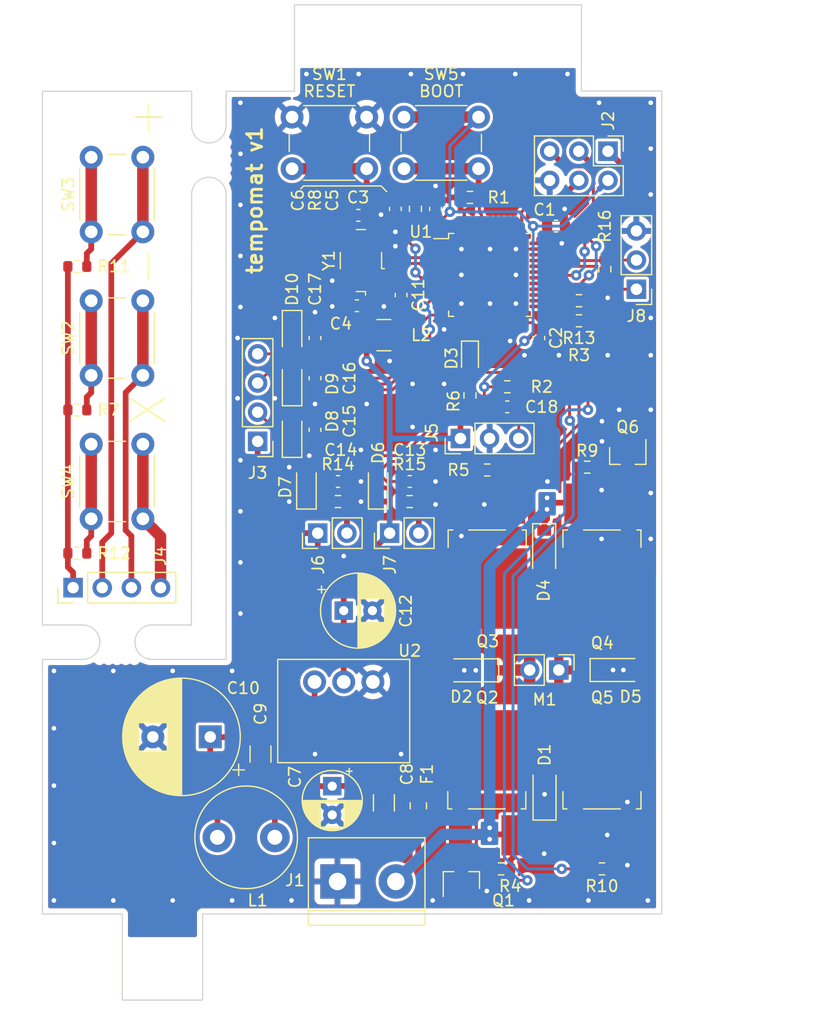
<source format=kicad_pcb>
(kicad_pcb (version 20221018) (generator pcbnew)
  (title_block (title "Sterownik tempomatu") (rev "1") (company "CR"))
  (layers (0 "F.Cu" signal "Górna sygnałowa") (31 "B.Cu" signal "Dolna sygnałowa") (34 "B.Paste" user "Dolna pasty") (35 "F.Paste" user "Górna pasty") (36 "B.SilkS" user "B.Silkscreen") (37 "F.SilkS" user "F.Silkscreen") (38 "B.Mask" user "Dolna sodermaski") (39 "F.Mask" user "Górna soldermaski") (44 "Edge.Cuts" user "Krawędziowa"))
  (net 0 "")
  (net 1 "VDD")
  (net 2 "GND")
  (net 3 "Net-(C7-Pad1)")
  (net 4 "/LED")
  (net 5 "Net-(U1-PD0)")
  (net 6 "Net-(U1-PD1)")
  (net 7 "VCC")
  (net 8 "/LEFT")
  (net 9 "/RIGHT")
  (net 10 "/SPD")
  (net 11 "/CANRX")
  (net 12 "/TXO")
  (net 13 "/RXI")
  (net 14 "/SWDIO")
  (net 15 "/SWCLK")
  (net 16 "Net-(R7-Pad2)")
  (net 17 "Net-(R11-Pad2)")
  (net 18 "Net-(R12-Pad2)")
  (net 19 "Net-(U2-VI)")
  (net 20 "Net-(U1-VDDA)")
  (net 21 "/CLUTCH")
  (net 22 "/BUT+")
  (net 23 "/BUT-")
  (net 24 "/BUT_CANC")
  (net 25 "Net-(D1-A)")
  (net 26 "Net-(D3-A)")
  (net 27 "Net-(D4-A)")
  (net 28 "Net-(J6-Pin_2)")
  (net 29 "Net-(J7-Pin_2)")
  (net 30 "Net-(Q1-B)")
  (net 31 "Net-(Q1-C)")
  (net 32 "Net-(Q4-G)")
  (net 33 "Net-(Q6-B)")
  (net 34 "Net-(U1-BOOT0)")
  (net 38 "/BREAK")
  (net 53 "Net-(U1-NRST)")
  (net 54 "/CANTX")
  (net 58 "/EX_BUT_+")
  (net 59 "/EX_BUT_-")
  (net 60 "/EX_BUT_CANC")
  (footprint "Capacitor_SMD:C_0603_1608Metric" (layer "F.Cu") (at 115.25 44.5)
    (fp_text reference "C1")
    (fp_text value "100n")
  )
  (footprint "Capacitor_SMD:C_0603_1608Metric" (layer "F.Cu") (at 113.75 54.25 -90)
    (fp_text reference "C2")
    (fp_text value "100n")
  )
  (footprint "Capacitor_SMD:C_0603_1608Metric" (layer "F.Cu") (at 104.75 43 90)
    (fp_text reference "C5")
    (fp_text value "100n")
  )
  (footprint "Capacitor_SMD:C_0603_1608Metric" (layer "F.Cu") (at 98.025 43.563 180)
    (fp_text reference "C3")
    (fp_text value "22p")
  )
  (footprint "Capacitor_SMD:C_0603_1608Metric" (layer "F.Cu") (at 97.898 51.437)
    (fp_text reference "C4")
    (fp_text value "22p")
  )
  (footprint "Diode_SMD:D_0603_1608Metric" (layer "F.Cu") (at 107.75 56 -90)
    (fp_text reference "D3")
    (fp_text value "RED")
  )
  (footprint "Inductor_SMD:L_1210_3225Metric_Pad1.42x2.65mm_HandSolder" (layer "F.Cu") (at 100.25 54)
    (fp_text reference "L2")
    (fp_text value "100u")
  )
  (footprint "Package_TO_SOT_SMD:TO-252-3_TabPin1" (layer "F.Cu") (at 109.216 93 90)
    (fp_text reference "Q2")
    (fp_text value "AOD423")
  )
  (footprint "Package_TO_SOT_SMD:TO-252-3_TabPin1" (layer "F.Cu") (at 119.25 73.25 -90)
    (fp_text reference "Q4")
    (fp_text value "AOD423")
  )
  (footprint "Package_TO_SOT_SMD:SOT-23" (layer "F.Cu") (at 107 101.5 90)
    (fp_text reference "Q1")
    (fp_text value "BC847")
  )
  (footprint "Package_TO_SOT_SMD:SOT-23" (layer "F.Cu") (at 121.5 64.5 -90)
    (fp_text reference "Q6")
    (fp_text value "BC847")
  )
  (footprint "Resistor_SMD:R_0603_1608Metric" (layer "F.Cu") (at 107.75 59.25 90)
    (fp_text reference "R6")
    (fp_text value "1k")
  )
  (footprint "Resistor_SMD:R_0603_1608Metric" (layer "F.Cu") (at 73.54 60.52)
    (fp_text reference "R7")
    (fp_text value "10k")
  )
  (footprint "Resistor_SMD:R_0603_1608Metric" (layer "F.Cu") (at 73.54 48.02)
    (fp_text reference "R11")
    (fp_text value "10k")
  )
  (footprint "Resistor_SMD:R_0603_1608Metric" (layer "F.Cu") (at 73.54 73)
    (fp_text reference "R12")
    (fp_text value "10k")
  )
  (footprint "Resistor_SMD:R_0603_1608Metric" (layer "F.Cu") (at 110.466 100.5 180)
    (fp_text reference "R4")
    (fp_text value "10k")
  )
  (footprint "Resistor_SMD:R_0603_1608Metric" (layer "F.Cu") (at 117.966 65.5)
    (fp_text reference "R9")
    (fp_text value "10k")
  )
  (footprint "Resistor_SMD:R_0603_1608Metric" (layer "F.Cu") (at 117.25 52.75 180)
    (fp_text reference "R3")
    (fp_text value "10k")
  )
  (footprint "Resistor_SMD:R_0603_1608Metric" (layer "F.Cu") (at 117.25 51)
    (fp_text reference "R13")
    (fp_text value "10k")
  )
  (footprint "Button_Switch_THT:SW_PUSH_6mm" (layer "F.Cu") (at 74.75 57.5 90)
    (fp_text reference "SW2")
    (fp_text value "SW_Push")
  )
  (footprint "Button_Switch_THT:SW_PUSH_6mm" (layer "F.Cu") (at 74.75 70 90)
    (fp_text reference "SW4")
    (fp_text value "SW_Push")
  )
  (footprint "Package_QFP:LQFP-48_7x7mm_P0.5mm" (layer "F.Cu") (at 109.5 48.75)
    (fp_text reference "U1")
    (fp_text value "STM32F103C8Tx")
  )
  (footprint "Crystal:Crystal_SMD_EuroQuartz_MJ-4Pin_5.0x3.2mm" (layer "F.Cu") (at 98.25 47.5 90)
    (fp_text reference "Y1")
    (fp_text value "8MHz")
  )
  (footprint "Resistor_SMD:R_0603_1608Metric" (layer "F.Cu") (at 107.75 42)
    (fp_text reference "R1")
    (fp_text value "1k")
  )
  (footprint "Connector_PinHeader_2.54mm:PinHeader_1x02_P2.54mm_Vertical" (layer "F.Cu") (at 115.491 83.175 -90)
    (fp_text reference "M1")
    (fp_text value "Motor_DC")
  )
  (footprint "Diode_SMD:D_SOD-123" (layer "F.Cu") (at 114.25 94 90)
    (fp_text reference "D1")
    (fp_text value "1N4148W")
  )
  (footprint "Capacitor_SMD:C_0603_1608Metric" (layer "F.Cu") (at 101.25 43 90)
    (fp_text reference "C6")
    (fp_text value "100n")
  )
  (footprint "Package_TO_SOT_SMD:TO-252-3_TabPin1" (layer "F.Cu") (at 109.25 73.25 -90)
    (fp_text reference "Q3")
    (fp_text value "RFD14N05LSM")
  )
  (footprint "Package_TO_SOT_SMD:TO-252-3_TabPin1" (layer "F.Cu") (at 119.25 93 90)
    (fp_text reference "Q5")
    (fp_text value "RFD14N05LSM")
  )
  (footprint "Resistor_SMD:R_0603_1608Metric" (layer "F.Cu") (at 109.25 65.75 180)
    (fp_text reference "R5")
    (fp_text value "10k")
  )
  (footprint "Diode_SMD:D_SOD-123" (layer "F.Cu") (at 120.466 83.175)
    (fp_text reference "D5")
    (fp_text value "1N4148W")
  )
  (footprint "Diode_SMD:D_SOD-123" (layer "F.Cu") (at 108.004 83.203 180)
    (fp_text reference "D2")
    (fp_text value "1N4148W")
  )
  (footprint "Resistor_SMD:R_0603_1608Metric" (layer "F.Cu") (at 119.25 100.5)
    (fp_text reference "R10")
    (fp_text value "10k")
  )
  (footprint "Diode_SMD:D_SOD-123" (layer "F.Cu") (at 114.216 72.675 -90)
    (fp_text reference "D4")
    (fp_text value "1N4148W")
  )
  (footprint "MountingHole:MountingHole_3.5mm" (layer "F.Cu") (at 113.919 28.575)
    (fp_text reference "H1" hide)
    (fp_text value "MountingHole")
  )
  (footprint "Button_Switch_THT:SW_PUSH_6mm" (layer "F.Cu") (at 74.75 45 90)
    (fp_text reference "SW3")
    (fp_text value "SW_Push")
  )
  (footprint "Library:mouse-bite-3mm-slot" (layer "F.Cu") (at 85 38.75 90)
    (fp_text reference "mouse-bite-3mm-slot" hide)
    (fp_text value "VAL**" hide)
  )
  (footprint "Resistor_SMD:R_0603_1608Metric" (layer "F.Cu") (at 111 58.5)
    (fp_text reference "R2")
    (fp_text value "10k")
  )
  (footprint "Resistor_SMD:R_0603_1608Metric" (layer "F.Cu") (at 96.25 68.5 180)
    (fp_text reference "R14")
    (fp_text value "10k")
  )
  (footprint "Diode_SMD:D_SOD-323_HandSoldering" (layer "F.Cu") (at 93.5 67.25 90)
    (fp_text reference "D7")
    (fp_text value "D_TVS")
  )
  (footprint "Capacitor_SMD:C_0603_1608Metric" (layer "F.Cu") (at 94.25 57.75 -90)
    (fp_text reference "C16")
    (fp_text value "100n")
  )
  (footprint "tmp:AMSR2-78JZ" (layer "F.Cu") (at 96.75 86.75 180)
    (fp_text reference "U2")
    (fp_text value "AMSR2-783.3JZ AIMTEC")
  )
  (footprint "Resistor_SMD:R_0603_1608Metric" (layer "F.Cu") (at 102.5 68.5 180)
    (fp_text reference "R15")
    (fp_text value "10k")
  )
  (footprint "Connector_PinHeader_2.54mm:PinHeader_2x03_P2.54mm_Vertical" (layer "F.Cu") (at 119.775 37.975 -90)
    (fp_text reference "J2")
    (fp_text value "Conn_01x07")
  )
  (footprint "Capacitor_SMD:C_0603_1608Metric" (layer "F.Cu") (at 102.5 66.75)
    (fp_text reference "C13")
    (fp_text value "100n")
  )
  (footprint "Capacitor_SMD:C_0603_1608Metric" (layer "F.Cu") (at 94.25 54.25 90)
    (fp_text reference "C17")
    (fp_text value "100n")
  )
  (footprint "Capacitor_THT:CP_Radial_D6.3mm_P2.50mm" (layer "F.Cu") (at 96.75 78)
    (fp_text reference "C12")
    (fp_text value "22u/25V")
  )
  (footprint "Capacitor_SMD:C_0603_1608Metric" (layer "F.Cu") (at 96.25 66.75)
    (fp_text reference "C14")
    (fp_text value "100n")
  )
  (footprint "Fuse:Fuse_0805_2012Metric" (layer "F.Cu") (at 103.25 95 90)
    (fp_text reference "F1")
    (fp_text value ">2A")
  )
  (footprint "Capacitor_THT:CP_Radial_D5.0mm_P2.50mm" (layer "F.Cu") (at 95.75 93.294888 -90)
    (fp_text reference "C7")
    (fp_text value "100u/25V")
  )
  (footprint "Diode_SMD:D_SOD-323_HandSoldering" (layer "F.Cu") (at 99.75 67.25 90)
    (fp_text reference "D6")
    (fp_text value "D_TVS")
  )
  (footprint "Capacitor_SMD:C_0603_1608Metric_Pad1.08x0.95mm_HandSolder" (layer "F.Cu") (at 101.75 50.5 90)
    (fp_text reference "C11")
    (fp_text value "100n")
  )
  (footprint "Connector_PinHeader_2.54mm:PinHeader_1x03_P2.54mm_Vertical" (layer "F.Cu") (at 122.25 50 180)
    (fp_text reference "J8")
    (fp_text value "Conn_01x03")
  )
  (footprint "Inductor_THT:L_Radial_D8.7mm_P5.00mm_Fastron_07HCP" (layer "F.Cu") (at 90.75 97.75 180)
    (fp_text reference "L1")
    (fp_text value "RL622-220K-RC BOURNS")
  )
  (footprint "Capacitor_SMD:C_0603_1608Metric" (layer "F.Cu") (at 94.25 62.25 -90)
    (fp_text reference "C15")
    (fp_text value "100n")
  )
  (footprint "Connector_PinHeader_2.54mm:PinHeader_1x02_P2.54mm_Vertical" (layer "F.Cu") (at 94.485 71.25 90)
    (fp_text reference "J6")
    (fp_text value "Conn_01x02")
  )
  (footprint "Capacitor_SMD:C_1206_3216Metric" (layer "F.Cu") (at 100.25 94.75 -90)
    (fp_text reference "C8")
    (fp_text value "10u/25V")
  )
  (footprint "Library:mouse-bite-3mm-slot" (layer "F.Cu") (at 77 80.75 180)
    (fp_text reference "mouse-bite-3mm-slot" hide)
    (fp_text value "VAL**" hide)
  )
  (footprint "MountingHole:MountingHole_3.5mm" (layer "F.Cu") (at 81.026 108.585)
    (fp_text reference "H2" hide)
    (fp_text value "MountingHole")
  )
  (footprint "Resistor_SMD:R_0603_1608Metric" (layer "F.Cu") (at 119.5 48.25 90)
    (fp_text reference "R16")
    (fp_text value "120")
  )
  (footprint "Connector_PinHeader_2.54mm:PinHeader_1x02_P2.54mm_Vertical" (layer "F.Cu") (at 100.75 71.25 90)
    (fp_text reference "J7")
    (fp_text value "Conn_01x02")
  )
  (footprint "Capacitor_THT:CP_Radial_D10.0mm_P5.00mm" (layer "F.Cu") (at 85.117677 89 180)
    (fp_text reference "C10")
    (fp_text value "680u/25V")
  )
  (footprint "Diode_SMD:D_SOD-323_HandSoldering" (layer "F.Cu") (at 92.25 62.75 90)
    (fp_text reference "D8")
    (fp_text value "D_TVS")
  )
  (footprint "Resistor_SMD:R_0603_1608Metric" (layer "F.Cu") (at 103 43 90)
    (fp_text reference "R8")
    (fp_text value "100k")
  )
  (footprint "Button_Switch_THT:SW_PUSH_6mm" (layer "F.Cu") (at 102 35)
    (fp_text reference "SW5")
    (fp_text value "SW_Push")
  )
  (footprint "Button_Switch_THT:SW_PUSH_6mm" (layer "F.Cu") (at 92.25 35)
    (fp_text reference "SW1")
    (fp_text value "SW_Push")
  )
  (footprint "Connector_PinHeader_2.54mm:PinHeader_1x04_P2.54mm_Vertical" (layer "F.Cu") (at 73.17 76 90)
    (fp_text reference "J4")
    (fp_text value "Conn_01x04")
  )
  (footprint "Diode_SMD:D_SOD-323_HandSoldering" (layer "F.Cu") (at 92.25 53.75 -90)
    (fp_text reference "D10")
    (fp_text value "D_TVS")
  )
  (footprint "Capacitor_SMD:C_0603_1608Metric" (layer "F.Cu") (at 111 60.25 180)
    (fp_text reference "C18")
    (fp_text value "100n")
  )
  (footprint "Capacitor_SMD:C_1206_3216Metric" (layer "F.Cu") (at 89.5 90.5 -90)
    (fp_text reference "C9")
    (fp_text value "10u/25V")
  )
  (footprint "Connector_PinHeader_2.54mm:PinHeader_1x03_P2.54mm_Vertical" (layer "F.Cu") (at 106.92 63 90)
    (fp_text reference "J5")
    (fp_text value "Conn_01x03")
  )
  (footprint "TerminalBlock:TerminalBlock_bornier-2_P5.08mm" (layer "F.Cu") (at 96.21 101.6)
    (fp_text reference "J1")
    (fp_text value "Conn_01x02")
  )
  (footprint "Connector_PinHeader_2.54mm:PinHeader_1x04_P2.54mm_Vertical" (layer "F.Cu") (at 89.25 63.25 180)
    (fp_text reference "J3")
    (fp_text value "Conn_01x04")
  )
  (footprint "Diode_SMD:D_SOD-323_HandSoldering" (layer "F.Cu") (at 92.25 58.25 90)
    (fp_text reference "D9")
    (fp_text value "D_TVS")
  )
  (gr_line (start 93.25 41) (end 100 41) (stroke (width 0.12)) (layer "F.SilkS"))
  (gr_line (start 100 41) (end 100.5 41.5) (stroke (width 0.12)) (layer "F.SilkS"))
  (gr_line (start 93 41.25) (end 93.25 41) (stroke (width 0.12)) (layer "F.SilkS"))
  (gr_line (start 83.500001 41.626) (end 83.475 79.25) (stroke (width 0.1)) (layer "Edge.Cuts"))
  (gr_line (start 86.5 82.25) (end 86.499999 41.626) (stroke (width 0.1)) (layer "Edge.Cuts"))
  (gr_line (start 86.499999 35.784) (end 86.5 32.75) (stroke (width 0.1)) (layer "Edge.Cuts"))
  (gr_line (start 74.058004 82.25) (end 70.5 82.25) (stroke (width 0.1)) (layer "Edge.Cuts"))
  (gr_line (start 84.46 104.43) (end 84.46 111.93) (stroke (width 0.1)) (layer "Edge.Cuts"))
  (gr_line (start 70.5 82.25) (end 70.5 104.43) (stroke (width 0.1)) (layer "Edge.Cuts"))
  (gr_line (start 83.5 35.784) (end 83.5 32.75) (stroke (width 0.1)) (layer "Edge.Cuts"))
  (gr_line (start 70.5 104.43) (end 77.46 104.43) (stroke (width 0.1)) (layer "Edge.Cuts"))
  (gr_line (start 83.475 79.25) (end 79.91 79.25) (stroke (width 0.1)) (layer "Edge.Cuts"))
  (gr_arc (start 86.499999 35.784) (mid 84.999999 37.25224) (end 83.5 35.784) (stroke (width 0.1)) (layer "Edge.Cuts"))
  (gr_line (start 77.46 111.93) (end 77.46 104.43) (stroke (width 0.1)) (layer "Edge.Cuts"))
  (gr_line (start 117.46 25.23) (end 92.46 25.23) (stroke (width 0.1)) (layer "Edge.Cuts"))
  (gr_line (start 86.5 82.25) (end 79.972 82.249999) (stroke (width 0.1)) (layer "Edge.Cuts"))
  (gr_line (start 77.46 111.93) (end 84.46 111.93) (stroke (width 0.1)) (layer "Edge.Cuts"))
  (gr_line (start 92.46 25.23) (end 92.46 32.75) (stroke (width 0.1)) (layer "Edge.Cuts"))
  (gr_arc (start 74.058004 79.250001) (mid 75.50112 80.75) (end 74.058004 82.25) (stroke (width 0.1)) (layer "Edge.Cuts"))
  (gr_line (start 74.058004 79.250001) (end 70.5 79.25) (stroke (width 0.1)) (layer "Edge.Cuts"))
  (gr_arc (start 79.971668 82.255207) (mid 78.55975 80.780944) (end 79.91 79.25) (stroke (width 0.1)) (layer "Edge.Cuts"))
  (gr_line (start 92.46 32.75) (end 86.5 32.75) (stroke (width 0.1)) (layer "Edge.Cuts"))
  (gr_line (start 124.46 32.73) (end 117.46 32.73) (stroke (width 0.1)) (layer "Edge.Cuts"))
  (gr_line (start 124.46 104.43) (end 124.46 32.73) (stroke (width 0.1)) (layer "Edge.Cuts"))
  (gr_line (start 70.5 32.75) (end 83.5 32.75) (stroke (width 0.1)) (layer "Edge.Cuts"))
  (gr_line (start 70.5 79.25) (end 70.5 32.75) (stroke (width 0.1)) (layer "Edge.Cuts"))
  (gr_line (start 117.46 32.73) (end 117.46 25.23) (stroke (width 0.1)) (layer "Edge.Cuts"))
  (gr_line (start 84.46 104.43) (end 124.46 104.43) (stroke (width 0.1)) (layer "Edge.Cuts"))
  (gr_arc (start 83.500001 41.626) (mid 85 40.243108) (end 86.499999 41.626) (stroke (width 0.1)) (layer "Edge.Cuts"))
  (gr_text "X" (at 79.75 60.5 90) (layer "F.SilkS") (effects (font (size 3 3))))
  (gr_text "BOOT" (at 105.25 32.75) (layer "F.SilkS") (effects (font (size 1 1))))
  (gr_text "+" (at 79.5 35 90) (layer "F.SilkS") (effects (font (size 3 3))))
  (gr_text "RESET" (at 95.5 32.75) (layer "F.SilkS") (effects (font (size 1 1))))
  (gr_text "-" (at 79.5 48 90) (layer "F.SilkS") (effects (font (size 3 3))))
  (gr_text "tempomat v1" (at 89 42.25 90) (layer "F.SilkS") (effects (font (size 1.3 1.3) (thickness 0.25))))
  (segment (start 114.475 44.5) (end 114.475 44.775) (width 0.25) (layer "F.Cu") (net 1))
  (segment (start 94.485 72.985) (end 96.75 75.25) (width 0.5) (layer "F.Cu") (net 1))
  (segment (start 104.75 43.775) (end 105.3375 44.3625) (width 0.25) (layer "F.Cu") (net 1))
  (segment (start 113.75 53.475) (end 113.1875 52.9125) (width 0.25) (layer "F.Cu") (net 1))
  (segment (start 107.75 60.075) (end 108.675 60.075) (width 0.25) (layer "F.Cu") (net 1))
  (segment (start 73.17 74.67) (end 72.715 74.215) (width 0.5) (layer "F.Cu") (net 1))
  (segment (start 114.475 44.775) (end 113.6625 45.5875) (width 0.25) (layer "F.Cu") (net 1))
  (segment (start 92.75 71.25) (end 94.485 71.25) (width 0.5) (layer "F.Cu") (net 1))
  (segment (start 98.75 56.25) (end 98.75 54.0125) (width 0.5) (layer "F.Cu") (net 1))
  (segment (start 72.715 74.215) (end 72.715 73) (width 0.5) (layer "F.Cu") (net 1))
  (segment (start 96.75 78) (end 96.75 75.25) (width 0.5) (layer "F.Cu") (net 1))
  (segment (start 72.715 48.02) (end 72.715 60.52) (width 0.5) (layer "F.Cu") (net 1))
  (segment (start 105.475 43.775) (end 106 43.25) (width 0.25) (layer "F.Cu") (net 1))
  (segment (start 72.715 60.52) (end 72.715 73) (width 0.5) (layer "F.Cu") (net 1))
  (segment (start 114.475 44.5) (end 113.25 44.5) (width 0.25) (layer "F.Cu") (net 1))
  (segment (start 113.1875 52.9125) (end 112.25 52.9125) (width 0.25) (layer "F.Cu") (net 1))
  (segment (start 89.25 63.25) (end 89.25 67.75) (width 0.5) (layer "F.Cu") (net 1))
  (segment (start 109 59.75) (end 109 58.5) (width 0.25) (layer "F.Cu") (net 1))
  (segment (start 98.75 54.0125) (end 98.7625 54) (width 0.5) (layer "F.Cu") (net 1))
  (segment (start 107.75 60.075) (end 107.75 60.75) (width 0.5) (layer "F.Cu") (net 1))
  (segment (start 102 35) (end 108.5 35) (width 1) (layer "F.Cu") (net 1))
  (segment (start 106.92 61.58) (end 106.92 63) (width 0.5) (layer "F.Cu") (net 1))
  (segment (start 105.3375 44.3625) (end 105.3375 46) (width 0.25) (layer "F.Cu") (net 1))
  (segment (start 103 43.825) (end 104.7 43.825) (width 0.25) (layer "F.Cu") (net 1))
  (segment (start 112.725 54.5) (end 112.5 54.5) (width 0.25) (layer "F.Cu") (net 1))
  (segment (start 96.75 75.25) (end 100.75 71.25) (width 0.5) (layer "F.Cu") (net 1))
  (segment (start 104.75 43.775) (end 105.475 43.775) (width 0.25) (layer "F.Cu") (net 1))
  (segment (start 106.1125 44.3625) (end 106.3375 44.5875) (width 0.25) (layer "F.Cu") (net 1))
  (segment (start 89.25 67.75) (end 92.75 71.25) (width 0.5) (layer "F.Cu") (net 1))
  (segment (start 104.7 43.825) (end 104.75 43.775) (width 0.25) (layer "F.Cu") (net 1))
  (segment (start 113.6625 45.5875) (end 113.6625 46) (width 0.25) (layer "F.Cu") (net 1))
  (segment (start 73.17 76) (end 73.17 74.67) (width 0.5) (layer "F.Cu") (net 1))
  (segment (start 106.3375 44.5875) (end 106.75 44.5875) (width 0.25) (layer "F.Cu") (net 1))
  (segment (start 108.675 60.075) (end 109 59.75) (width 0.25) (layer "F.Cu") (net 1))
  (segment (start 109 58.5) (end 110.175 58.5) (width 0.25) (layer "F.Cu") (net 1))
  (segment (start 94.485 71.25) (end 94.485 72.985) (width 0.5) (layer "F.Cu") (net 1))
  (segment (start 105.3375 44.3625) (end 106.1125 44.3625) (width 0.25) (layer "F.Cu") (net 1))
  (segment (start 113.75 53.475) (end 112.725 54.5) (width 0.25) (layer "F.Cu") (net 1))
  (segment (start 107.75 60.75) (end 106.92 61.58) (width 0.5) (layer "F.Cu") (net 1))
  (segment (start 96.75 84.21) (end 96.75 78) (width 0.5) (layer "F.Cu") (net 1))
  (via (at 112.5 54.5) (size 0.9144) (drill 0.4064) (layers "F.Cu" "B.Cu") (net 1))
  (via (at 106 43.25) (size 0.9144) (drill 0.4064) (layers "F.Cu" "B.Cu") (net 1))
  (via (at 109 58.5) (size 0.9144) (drill 0.4064) (layers "F.Cu" "B.Cu") (net 1))
  (via (at 113.25 44.5) (size 0.9144) (drill 0.4064) (layers "F.Cu" "B.Cu") (net 1))
  (via (at 98.75 56.25) (size 0.9144) (drill 0.4064) (layers "F.Cu" "B.Cu") (net 1))
  (segment (start 109 58) (end 109 58.5) (width 0.25) (layer "B.Cu") (net 1))
  (segment (start 106.92 63) (end 100.75 63) (width 0.5) (layer "B.Cu") (net 1))
  (segment (start 100.75 58.25) (end 98.75 56.25) (width 0.5) (layer "B.Cu") (net 1))
  (segment (start 100.75 71.25) (end 100.75 63) (width 0.5) (layer "B.Cu") (net 1))
  (segment (start 112.5 54.5) (end 113.25 53.75) (width 0.25) (layer "B.Cu") (net 1))
  (segment (start 106 43.25) (end 112 43.25) (width 0.25) (layer "B.Cu") (net 1))
  (segment (start 119.04 41.25) (end 119.775 40.515) (width 0.5) (layer "B.Cu") (net 1))
  (segment (start 106 37.5) (end 106 43.25) (width 0.25) (layer "B.Cu") (net 1))
  (segment (start 112.5 54.5) (end 109 58) (width 0.25) (layer "B.Cu") (net 1))
  (segment (start 119.04 41.25) (end 115.79 44.5) (width 0.25) (layer "B.Cu") (net 1))
  (segment (start 100.75 63) (end 100.75 58.25) (width 0.5) (layer "B.Cu") (net 1))
  (segment (start 107.75 35.75) (end 106 37.5) (width 0.25) (layer "B.Cu") (net 1))
  (segment (start 115.79 44.5) (end 113.25 44.5) (width 0.25) (layer "B.Cu") (net 1))
  (segment (start 113.25 53.75) (end 113.25 44.5) (width 0.25) (layer "B.Cu") (net 1))
  (segment (start 112 43.25) (end 113.25 44.5) (width 0.25) (layer "B.Cu") (net 1))
  (segment (start 108.5 35) (end 107.75 35.75) (width 0.5) (layer "B.Cu") (net 1))
  (segment (start 102.75 49.5) (end 102.5 49.75) (width 0.25) (layer "F.Cu") (net 2))
  (segment (start 98.8 43.563) (end 99.4 44.163) (width 0.25) (layer "F.Cu") (net 2))
  (segment (start 105.3375 49.5) (end 102.75 49.5) (width 0.25) (layer "F.Cu") (net 2))
  (segment (start 99.4 44.163) (end 99.4 45.65) (width 0.25) (layer "F.Cu") (net 2))
  (segment (start 101.8625 49.75) (end 101.75 49.6375) (width 0.25) (layer "F.Cu") (net 2))
  (segment (start 102.5 49.75) (end 101.8625 49.75) (width 0.25) (layer "F.Cu") (net 2))
  (via (at 100 43.5) (size 0.9144) (drill 0.4064) (layers "F.Cu" "B.Cu") (net 2))
  (via (at 100.25 51.5) (size 0.9144) (drill 0.4064) (layers "F.Cu" "B.Cu") (net 2))
  (via (at 123.5 67.75) (size 0.9144) (drill 0.4064) (layers "F.Cu" "B.Cu") (net 2))
  (via (at 87.75 33.75) (size 0.9144) (drill 0.4064) (layers "F.Cu" "B.Cu") (net 2))
  (via (at 119.75 55.75) (size 0.9144) (drill 0.4064) (layers "F.Cu" "B.Cu") (net 2))
  (via (at 76.675 103.25) (size 0.9144) (drill 0.4064) (layers "F.Cu" "B.Cu") (net 2))
  (via (at 119.75 50.75) (size 0.9144) (drill 0.4064) (layers "F.Cu" "B.Cu") (net 2))
  (via (at 102.6 31.25) (size 0.9144) (drill 0.4064) (layers "F.Cu" "B.Cu") (net 2))
  (via (at 119.219 71.75) (size 0.9144) (drill 0.4064) (layers "F.Cu" "B.Cu") (net 2))
  (via (at 121.116 83.175) (size 0.9144) (drill 0.4064) (layers "F.Cu" "B.Cu") (net 2))
  (via (at 115.75 46) (size 0.9144) (drill 0.4064) (layers "F.Cu" "B.Cu") (net 2))
  (via (at 104.75 41) (size 0.9144) (drill 0.4064) (layers "F.Cu" "B.Cu") (net 2))
  (via (at 87.75 51.55) (size 0.9144) (drill 0.4064) (layers "F.Cu" "B.Cu") (net 2))
  (via (at 87.75 78.25) (size 0.9144) (drill 0.4064) (layers "F.Cu" "B.Cu") (net 2))
  (via (at 98.25 66.75) (size 0.9144) (drill 0.4064) (layers "F.Cu" "B.Cu") (net 2))
  (via (at 112.9 103.25) (size 0.9144) (drill 0.4064) (layers "F.Cu" "B.Cu") (net 2))
  (via (at 109.216 102.425) (size 0.9144) (drill 0.4064) (layers "F.Cu" "B.Cu") (net 2))
  (via (at 119.25 61.5) (size 0.9144) (drill 0.4064) (layers "F.Cu" "B.Cu") (net 2))
  (via (at 93.75 64.5) (size 0.9144) (drill 0.4064) (layers "F.Cu" "B.Cu") (net 2))
  (via (at 92 65.5) (size 0.9144) (drill 0.4064) (layers "F.Cu" "B.Cu") (net 2))
  (via (at 90.75 59.5) (size 0.9144) (drill 0.4064) (layers "F.Cu" "B.Cu") (net 2))
  (via (at 119.716 97.543) (size 0.9144) (drill 0.4064) (layers "F.Cu" "B.Cu") (net 2))
  (via (at 120.216 83.175) (size 0.9144) (drill 0.4064) (layers "F.Cu" "B.Cu") (net 2))
  (via (at 107.254 83.203) (size 0.9144) (drill 0.4064) (layers "F.Cu" "B.Cu") (net 2))
  (via (at 109.5 51.25) (size 0.9144) (drill 0.4064) (layers "F.Cu" "B.Cu") (net 2))
  (via (at 104.75 66.75) (size 0.9144) (drill 0.4064) (layers "F.Cu" "B.Cu") (net 2))
  (via (at 96.75 73.25) (size 0.9144) (drill 0.4064) (layers "F.Cu" "B.Cu") (net 2))
  (via (at 101.75 90.5) (size 0.9144) (drill 0.4064) (layers "F.Cu" "B.Cu") (net 2))
  (via (at 123.5 55.75) (size 0.9144) (drill 0.4064) (layers "F.Cu" "B.Cu") (net 2))
  (via (at 71.5 83.25) (size 0.9144) (drill 0.4064) (layers "F.Cu" "B.Cu") (net 2))
  (via (at 87.75 73.8) (size 0.9144) (drill 0.4064) (layers "F.Cu" "B.Cu") (net 2))
  (via (at 98.75 60) (size 0.9144) (drill 0.4064) (layers "F.Cu" "B.Cu") (net 2))
  (via (at 108.254 83.203) (size 0.9144) (drill 0.4064) (layers "F.Cu" "B.Cu") (net 2))
  (via (at 120.75 60.5) (size 0.9144) (drill 0.4064) (layers "F.Cu" "B.Cu") (net 2))
  (via (at 111.75 48.75) (size 0.9144) (drill 0.4064) (layers "F.Cu" "B.Cu") (net 2))
  (via (at 111.7 31.25) (size 0.9144) (drill 0.4064) (layers "F.Cu" "B.Cu") (net 2))
  (via (at 114.5 66.75) (size 0.9144) (drill 0.4064) (layers "F.Cu" "B.Cu") (net 2))
  (via (at 87.025 103.25) (size 0.9144) (drill 0.4064) (layers "F.Cu" "B.Cu") (net 2))
  (via (at 98.05 31.25) (size 0.9144) (drill 0.4064) (layers "F.Cu" "B.Cu") (net 2))
  (via (at 116 43) (size 0.9144) (drill 0.4064) (layers "F.Cu" "B.Cu") (net 2))
  (via (at 87.75 38.2) (size 0.9144) (drill 0.4064) (layers "F.Cu" "B.Cu") (net 2))
  (via (at 87.75 47.1) (size 0.9144) (drill 0.4064) (layers "F.Cu" "B.Cu") (net 2))
  (via (at 123.5 37.75) (size 0.9144) (drill 0.4064) (layers "F.Cu" "B.Cu") (net 2))
  (via (at 81.85 103.25) (size 0.9144) (drill 0.4064) (layers "F.Cu" "B.Cu") (net 2))
  (via (at 87.5 54.25) (size 0.9144) (drill 0.4064) (layers "F.Cu" "B.Cu") (net 2))
  (via (at 119.219 67.5) (size 0.9144) (drill 0.4064) (layers "F.Cu" "B.Cu") (net 2))
  (via (at 81.85 83.25) (size 0.9144) (drill 0.4064) (layers "F.Cu" "B.Cu") (net 2))
  (via (at 71.5 98.25) (size 0.9144) (drill 0.4064) (layers "F.Cu" "B.Cu") (net 2))
  (via (at 101.25 46.25) (size 0.9144) (drill 0.4064) (layers "F.Cu" "B.Cu") (net 2))
  (via (at 104.75 68.75) (size 0.9144) (drill 0.4064) (layers "F.Cu" "B.Cu") (net 2))
  (via (at 104.75 64) (size 0.9144) (drill 0.4064) (layers "F.Cu" "B.Cu") (net 2))
  (via (at 123.5 71.75) (size 0.9144) (drill 0.4064) (layers "F.Cu" "B.Cu") (net 2))
  (via (at 123.5 33.75) (size 0.9144) (drill 0.4064) (layers "F.Cu" "B.Cu") (net 2))
  (via (at 92.2 103.25) (size 0.9144) (drill 0.4064) (layers "F.Cu" "B.Cu") (net 2))
  (via (at 116.25 31.25) (size 0.9144) (drill 0.4064) (layers "F.Cu" "B.Cu") (net 2))
  (via (at 94.25 52) (size 0.9144) (drill 0.4064) (layers "F.Cu" "B.Cu") (net 2))
  (via (at 118.075 103.25) (size 0.9144) (drill 0.4064) (layers "F.Cu" "B.Cu") (net 2))
  (via (at 90.75 52.5) (size 0.9144) (drill 0.4064) (layers "F.Cu" "B.Cu") (net 2))
  (via (at 95.75 51.5) (size 0.9144) (drill 0.4064) (layers "F.Cu" "B.Cu") (net 2))
  (via (at 107 71.5) (size 0.9144) (drill 0.4064) (layers "F.Cu" "B.Cu") (net 2))
  (via (at 71.5 93.25) (size 0.9144) (drill 0.4064) (layers "F.Cu" "B.Cu") (net 2))
  (via (at 93.5 31.25) (size 0.9144) (drill 0.4064) (layers "F.Cu" "B.Cu") (net 2))
  (via (at 114.216 99.175) (size 0.9144) (drill 0.4064) (layers "F.Cu" "B.Cu") (net 2))
  (via (at 107.15 31.25) (size 0.9144) (drill 0.4064) (layers "F.Cu" "B.Cu") (net 2))
  (via (at 98.25 64) (size 0.9144) (drill 0.4064) (layers "F.Cu" "B.Cu") (net 2))
  (via (at 107 48.75) (size 0.9144) (drill 0.4064) (layers "F.Cu" "B.Cu") (net 2))
  (via (at 123.25 103.25) (size 0.9144) (drill 0.4064) (layers "F.Cu" "B.Cu") (net 2))
  (via (at 107 51.25) (size 0.9144) (drill 0.4064) (layers "F.Cu" "B.Cu") (net 2))
  (via (at 87.75 69.35) (size 0.9144) (drill 0.4064) (layers "F.Cu" "B.Cu") (net 2))
  (via (at 121.466 100.175) (size 0.9144) (drill 0.4064) (layers "F.Cu" "B.Cu") (net 2))
  (via (at 105.5 53.5) (size 0.9144) (drill 0.4064) (layers "F.Cu" "B.Cu") (net 2))
  (via (at 71.5 103.25) (size 0.9144) (drill 0.4064) (layers "F.Cu" "B.Cu") (net 2))
  (via (at 101.25 45) (size 0.9144) (drill 0.4064) (layers "F.Cu" "B.Cu") (net 2))
  (via (at 102.75 58.25) (size 0.9144) (drill 0.4064) (layers "F.Cu" "B.Cu") (net 2))
  (via (at 87.5 59.5) (size 0.9144) (drill 0.4064) (layers "F.Cu" "B.Cu") (net 2))
  (via (at 105.5 58.25) (size 0.9144) (drill 0.4064) (layers "F.Cu" "B.Cu") (net 2))
  (via (at 87.025 83.25) (size 0.9144) (drill 0.4064) (layers "F.Cu" "B.Cu") (net 2))
  (via (at 109 68.75) (size 0.9144) (drill 0.4064) (layers "F.Cu" "B.Cu") (net 2))
  (via (at 98.25 68.5) (size 0.9144) (drill 0.4064) (layers "F.Cu" "B.Cu") (net 2))
  (via (at 102.75 62) (size 0.9144) (drill 0.4064) (layers "F.Cu" "B.Cu") (net 2))
  (via (at 76.675 83.25) (size 0.9144) (drill 0.4064) (layers "F.Cu" "B.Cu") (net 2))
  (via (at 111.25 54.5) (size 0.9144) (drill 0.4064) (layers "F.Cu" "B.Cu") (net 2))
  (via (at 71.5 88.25) (size 0.9144) (drill 0.4064) (layers "F.Cu" "B.Cu") (net 2))
  (via (at 94.25 60) (size 0.9144) (drill 0.4064) (layers "F.Cu" "B.Cu") (net 2))
  (via (at 112.5 55.75) (size 0.9144) (drill 0.4064) (layers "F.Cu" "B.Cu") (net 2))
  (via (at 87.75 64.9) (size 0.9144) (drill 0.4064) (layers "F.Cu" "B.Cu") (net 2))
  (via (at 107 46.5) (size 0.9144) (drill 0.4064) (layers "F.Cu" "B.Cu") (net 2))
  (via (at 87.75 42.65) (size 0.9144) (drill 0.4064) (layers "F.Cu" "B.Cu") (net 2))
  (via (at 94.25 90.5) (size 0.9144) (drill 0.4064) (layers "F.Cu" "B.Cu") (net 2))
  (via (at 115.5 55.75) (size 0.9144) (drill 0.4064) (layers "F.Cu" "B.Cu") (net 2))
  (via (at 100.75 56.25) (size 0.9144) (drill 0.4064) (layers "F.Cu" "B.Cu") (net 2))
  (via (at 95.75 49.25) (size 0.9144) (drill 0.4064) (layers "F.Cu" "B.Cu") (net 2))
  (via (at 92 68.5) (size 0.9144) (drill 0.4064) (layers "F.Cu" "B.Cu") (net 2))
  (via (at 119 33.75) (size 0.9144) (drill 0.4064) (layers "F.Cu" "B.Cu") (net 2))
  (via (at 109.5 46.5) (size 0.9144) (drill 0.4064) (layers "F.Cu" "B.Cu") (net 2))
  (via (at 104.5 103.25) (size 0.9144) (drill 0.4064) (layers "F.Cu" "B.Cu") (net 2))
  (via (at 123.5 60.5) (size 0.9144) (drill 0.4064) (layers "F.Cu" "B.Cu") (net 2))
  (via (at 114.25 94) (size 0.9144) (drill 0.4064) (layers "F.Cu" "B.Cu") (net 2))
  (via (at 123.5 52.5) (size 0.9144) (drill 0.4064) (layers "F.Cu" "B.Cu") (net 2))
  (via (at 119.25 63.25) (size 0.9144) (drill 0.4064) (layers "F.Cu" "B.Cu") (net 2))
  (via (at 111.75 51.25) (size 0.9144) (drill 0.4064) (layers "F.Cu" "B.Cu") (net 2))
  (via (at 111.75 46.5) (size 0.9144) (drill 0.4064) (layers "F.Cu" "B.Cu") (net 2))
  (via (at 121.466 94.675) (size 0.9144) (drill 0.4064) (layers "F.Cu" "B.Cu") (net 2))
  (via (at 123.5 41.75) (size 0.9144) (drill 0.4064) (layers "F.Cu" "B.Cu") (net 2))
  (segment (start 103.25 94.0625) (end 102.4625 93.275) (width 0.5) (layer "F.Cu") (net 3))
  (segment (start 95.75 93.294888) (end 93.205112 93.294888) (width 0.5) (layer "F.Cu") (net 3))
  (segment (start 100.25 93.275) (end 95.769888 93.275) (width 0.5) (layer "F.Cu") (net 3))
  (segment (start 102.4625 93.275) (end 100.25 93.275) (width 0.5) (layer "F.Cu") (net 3))
  (segment (start 93.205112 93.294888) (end 90.75 95.75) (width 0.5) (layer "F.Cu") (net 3))
  (segment (start 90.75 95.75) (end 90.75 97.75) (width 0.5) (layer "F.Cu") (net 3))
  (segment (start 95.769888 93.275) (end 95.75 93.294888) (width 0.5) (layer "F.Cu") (net 3))
  (segment (start 107.75 52.9125) (end 107.75 55.2125) (width 0.25) (layer "F.Cu") (net 4))
  (segment (start 103.5 47.25) (end 104.25 48) (width 0.25) (layer "F.Cu") (net 5))
  (segment (start 97.1 43.713) (end 97.25 43.563) (width 0.25) (layer "F.Cu") (net 5))
  (segment (start 98.7 47.25) (end 103.5 47.25) (width 0.25) (layer "F.Cu") (net 5))
  (segment (start 97.1 45.65) (end 98.7 47.25) (width 0.25) (layer "F.Cu") (net 5))
  (segment (start 97.1 45.65) (end 97.1 43.713) (width 0.25) (layer "F.Cu") (net 5))
  (segment (start 104.25 48) (end 105.3375 48) (width 0.25) (layer "F.Cu") (net 5))
  (segment (start 99.4 50.71) (end 98.673 51.437) (width 0.25) (layer "F.Cu") (net 6))
  (segment (start 104.113604 48.5) (end 105.3375 48.5) (width 0.25) (layer "F.Cu") (net 6))
  (segment (start 99.4 49.35) (end 99.4 50.71) (width 0.25) (layer "F.Cu") (net 6))
  (segment (start 103.363604 47.75) (end 104.113604 48.5) (width 0.25) (layer "F.Cu") (net 6))
  (segment (start 99.4 48.1) (end 99.75 47.75) (width 0.25) (layer "F.Cu") (net 6))
  (segment (start 99.75 47.75) (end 103.363604 47.75) (width 0.25) (layer "F.Cu") (net 6))
  (segment (start 99.4 49.35) (end 99.4 48.1) (width 0.25) (layer "F.Cu") (net 6))
  (segment (start 117.141 66.359) (end 116.94 66.56) (width 0.5) (layer "F.Cu") (net 7))
  (segment (start 116.94 68.6) (end 114.891 68.6) (width 0.5) (layer "F.Cu") (net 7))
  (segment (start 103.25 99.64) (end 103.25 95.9375) (width 0.5) (layer "F.Cu") (net 7))
  (segment (start 111.291 99.709) (end 111.291 100.5) (width 0.5) (layer "F.Cu") (net 7))
  (segment (start 114.25 97) (end 114.25 95.65) (width 0.5) (layer "F.Cu") (net 7))
  (segment (start 113.75 97.5) (end 114.25 97) (width 0.5) (layer "F.Cu") (net 7))
  (segment (start 116.94 66.56) (end 116.94 68.6) (width 0.5) (layer "F.Cu") (net 7))
  (segment (start 114.466 70.034) (end 114.466 69.175) (width 0.5) (layer "F.Cu") (net 7))
  (segment (start 111.496 97.5) (end 109.75 97.5) (width 0.5) (layer "F.Cu") (net 7))
  (segment (start 111.496 97.5) (end 111.496 99.504) (width 0.5) (layer "F.Cu") (net 7))
  (segment (start 114.216 70.284) (end 114.466 70.034) (width 0.5) (layer "F.Cu") (net 7))
  (segment (start 114.216 71.025) (end 114.216 70.284) (width 0.5) (layer "F.Cu") (net 7))
  (segment (start 111.496 97.5) (end 113.75 97.5) (width 0.5) (layer "F.Cu") (net 7))
  (segment (start 101.29 101.6) (end 103.25 99.64) (width 0.5) (layer "F.Cu") (net 7))
  (segment (start 114.891 68.6) (end 114.466 68.175) (width 0.5) (layer "F.Cu") (net 7))
  (segment (start 111.496 99.504) (end 111.291 99.709) (width 0.5) (layer "F.Cu") (net 7))
  (segment (start 117.141 65.5) (end 117.141 66.359) (width 0.5) (layer "F.Cu") (net 7))
  (via (at 109.466 96.925) (size 0.9144) (drill 0.4064) (layers "F.Cu" "B.Cu") (net 7))
  (via (at 114.466 69.175) (size 0.9144) (drill 0.4064) (layers "F.Cu" "B.Cu") (net 7))
  (via (at 114.466 68.175) (size 0.9144) (drill 0.4064) (layers "F.Cu" "B.Cu") (net 7))
  (via (at 109.466 97.925) (size 0.9144) (drill 0.4064) (layers "F.Cu" "B.Cu") (net 7))
  (segment (start 109.466 74.175) (end 114.466 69.175) (width 1) (layer "B.Cu") (net 7))
  (segment (start 101.29 101.6) (end 105.39 97.5) (width 1) (layer "B.Cu") (net 7))
  (segment (start 105.39 97.5) (end 109.5 97.5) (width 1) (layer "B.Cu") (net 7))
  (segment (start 109.466 96.925) (end 109.466 74.175) (width 1) (layer "B.Cu") (net 7))
  (segment (start 116.92 100.17) (end 117.25 100.5) (width 0.5) (layer "F.Cu") (net 8))
  (segment (start 115.5 52.5) (end 115.75 52.75) (width 0.25) (layer "F.Cu") (net 8))
  (segment (start 115.25 51.5) (end 115.5 51.75) (width 0.25) (layer "F.Cu") (net 8))
  (segment (start 116.425 52.75) (end 116.425 61.425) (width 0.25) (layer "F.Cu") (net 8))
  (segment (start 116.425 61.425) (end 116.447254 61.447254) (width 0.25) (layer "F.Cu") (net 8))
  (segment (start 116.92 97.5) (end 116.92 100.17) (width 0.5) (layer "F.Cu") (net 8))
  (segment (start 116.59 100.5) (end 116.92 100.17) (width 0.25) (layer "F.Cu") (net 8))
  (segment (start 117.25 100.5) (end 118.425 100.5) (width 0.5) (layer "F.Cu") (net 8))
  (segment (start 115.75 52.75) (end 116.425 52.75) (width 0.25) (layer "F.Cu") (net 8))
  (segment (start 115.5 51.75) (end 115.5 52.5) (width 0.25) (layer "F.Cu") (net 8))
  (segment (start 115.75 100.5) (end 116.59 100.5) (width 0.25) (layer "F.Cu") (net 8))
  (segment (start 113.6625 51.5) (end 115.25 51.5) (width 0.25) (layer "F.Cu") (net 8))
  (via (at 115.75 100.5) (size 0.9144) (drill 0.4064) (layers "F.Cu" "B.Cu") (net 8))
  (via (at 116.447254 61.447254) (size 0.9144) (drill 0.4064) (layers "F.Cu" "B.Cu") (net 8))
  (segment (start 116.75 69.75) (end 111.5 75) (width 0.25) (layer "B.Cu") (net 8))
  (segment (start 116.75 61.75) (end 116.75 69.75) (width 0.25) (layer "B.Cu") (net 8))
  (segment (start 111.5 99.25) (end 112.75 100.5) (width 0.25) (layer "B.Cu") (net 8))
  (segment (start 111.5 75) (end 111.5 99.25) (width 0.25) (layer "B.Cu") (net 8))
  (segment (start 112.75 100.5) (end 115.75 100.5) (width 0.25) (layer "B.Cu") (net 8))
  (segment (start 116.447254 61.447254) (end 116.75 61.75) (width 0.25) (layer "B.Cu") (net 8))
  (segment (start 111.5 66) (end 113 66) (width 0.25) (layer "F.Cu") (net 9))
  (segment (start 117.25 51.825) (end 116.425 51) (width 0.25) (layer "F.Cu") (net 9))
  (segment (start 113.6625 51) (end 116.425 51) (width 0.25) (layer "F.Cu") (net 9))
  (segment (start 111.25 65.75) (end 111.5 66) (width 0.5) (layer "F.Cu") (net 9))
  (segment (start 111.5 66) (end 111.5 68.75) (width 0.5) (layer "F.Cu") (net 9))
  (segment (start 113 66) (end 117.25 61.75) (width 0.25) (layer "F.Cu") (net 9))
  (segment (start 117.25 61.75) (end 117.25 51.825) (width 0.25) (layer "F.Cu") (net 9))
  (segment (start 110.075 65.75) (end 111.25 65.75) (width 0.5) (layer "F.Cu") (net 9))
  (segment (start 108.75 56.75) (end 108.75 54.75) (width 0.25) (layer "F.Cu") (net 10))
  (segment (start 111.5 57.25) (end 109.25 57.25) (width 0.25) (layer "F.Cu") (net 10))
  (segment (start 111.75 58.575) (end 111.825 58.5) (width 0.25) (layer "F.Cu") (net 10))
  (segment (start 108.25 54.25) (end 108.25 52.9125) (width 0.25) (layer "F.Cu") (net 10))
  (segment (start 108.75 54.75) (end 108.25 54.25) (width 0.25) (layer "F.Cu") (net 10))
  (segment (start 112 61.75) (end 111.775 61.525) (width 0.25) (layer "F.Cu") (net 10))
  (segment (start 111.75 60.225) (end 111.75 58.575) (width 0.25) (layer "F.Cu") (net 10))
  (segment (start 109.25 57.25) (end 108.75 56.75) (width 0.25) (layer "F.Cu") (net 10))
  (segment (start 111.775 61.525) (end 111.775 60.25) (width 0.25) (layer "F.Cu") (net 10))
  (segment (start 111.825 58.5) (end 111.825 57.575) (width 0.25) (layer "F.Cu") (net 10))
  (segment (start 111.775 60.25) (end 111.75 60.225) (width 0.25) (layer "F.Cu") (net 10))
  (segment (start 111.825 57.575) (end 111.5 57.25) (width 0.25) (layer "F.Cu") (net 10))
  (segment (start 112 63) (end 112 61.75) (width 0.25) (layer "F.Cu") (net 10))
  (segment (start 118.857538 48) (end 119.007538 48.15) (width 0.25) (layer "F.Cu") (net 11))
  (segment (start 113.6625 48) (end 118.857538 48) (width 0.25) (layer "F.Cu") (net 11))
  (segment (start 119.007538 48.582538) (end 119.5 49.075) (width 0.25) (layer "F.Cu") (net 11))
  (segment (start 119.007538 48.15) (end 119.007538 48.582538) (width 0.25) (layer "F.Cu") (net 11))
  (segment (start 119.5 49.075) (end 120.425 50) (width 0.25) (layer "F.Cu") (net 11))
  (segment (start 120.425 50) (end 122.25 50) (width 0.25) (layer "F.Cu") (net 11))
  (segment (start 118.113903 48.7817) (end 118.106198 48.7817) (width 0.25) (layer "F.Cu") (net 12))
  (segment (start 115.5639 49.5639) (end 115 49) (width 0.25) (layer "F.Cu") (net 12))
  (segment (start 118.75 46.25) (end 118.25 45.75) (width 0.25) (layer "F.Cu") (net 12))
  (segment (start 118.106198 48.7817) (end 117.323998 49.5639) (width 0.25) (layer "F.Cu") (net 12))
  (segment (start 118.25 44.5) (end 121.4 41.35) (width 0.25) (layer "F.Cu") (net 12))
  (segment (start 121.4 41.35) (end 121.4 39.586828) (width 0.25) (layer "F.Cu") (net 12))
  (segment (start 119.775 37.975) (end 119.788172 37.975) (width 0.5) (layer "F.Cu") (net 12))
  (segment (start 118.25 45.75) (end 118.25 44.5) (width 0.25) (layer "F.Cu") (net 12))
  (segment (start 115 49) (end 113.6625 49) (width 0.25) (layer "F.Cu") (net 12))
  (segment (start 119.788172 37.975) (end 120.781586 38.968414) (width 0.5) (layer "F.Cu") (net 12))
  (segment (start 117.323998 49.5639) (end 115.5639 49.5639) (width 0.25) (layer "F.Cu") (net 12))
  (segment (start 121.4 39.586828) (end 120.781586 38.968414) (width 0.25) (layer "F.Cu") (net 12))
  (via (at 118.75 46.25) (size 0.9144) (drill 0.4064) (layers "F.Cu" "B.Cu") (net 12))
  (via (at 118.113903 48.7817) (size 0.9144) (drill 0.4064) (layers "F.Cu" "B.Cu") (net 12))
  (segment (start 118.75 48.145603) (end 118.75 46.25) (width 0.25) (layer "B.Cu") (net 12))
  (segment (start 118.113903 48.7817) (end 118.75 48.145603) (width 0.25) (layer "B.Cu") (net 12))
  (segment (start 120.95 39.95) (end 120.95 41.05) (width 0.25) (layer "F.Cu") (net 13))
  (segment (start 120.25 39.25) (end 120.95 39.95) (width 0.25) (layer "F.Cu") (net 13))
  (segment (start 118 38.75) (end 118.5 39.25) (width 0.25) (layer "F.Cu") (net 13))
  (segment (start 120.95 41.05) (end 117.75 44.25) (width 0.25) (layer "F.Cu") (net 13))
  (segment (start 117.75 46.707622) (end 117.739322 46.7183) (width 0.25) (layer "F.Cu") (net 13))
  (segment (start 115.5317 48.7817) (end 115.25 48.5) (width 0.25) (layer "F.Cu") (net 13))
  (segment (start 117 48.7817) (end 115.5317 48.7817) (width 0.25) (layer "F.Cu") (net 13))
  (segment (start 115.25 48.5) (end 113.6625 48.5) (width 0.25) (layer "F.Cu") (net 13))
  (segment (start 117.235 37.985) (end 118 38.75) (width 0.5) (layer "F.Cu") (net 13))
  (segment (start 117.235 37.975) (end 117.235 37.985) (width 0.5) (layer "F.Cu") (net 13))
  (segment (start 117.75 44.25) (end 117.75 46.707622) (width 0.25) (layer "F.Cu") (net 13))
  (segment (start 118.5 39.25) (end 120.25 39.25) (width 0.25) (layer "F.Cu") (net 13))
  (via (at 117 48.7817) (size 0.9144) (drill 0.4064) (layers "F.Cu" "B.Cu") (net 13))
  (via (at 117.739322 46.7183) (size 0.9144) (drill 0.4064) (layers "F.Cu" "B.Cu") (net 13))
  (segment (start 117.739322 48.042378) (end 117 48.7817) (width 0.25) (layer "B.Cu") (net 13))
  (segment (start 117.739322 46.7183) (end 117.739322 48.042378) (width 0.25) (layer "B.Cu") (net 13))
  (segment (start 116.25 47) (end 113.6625 47) (width 0.25) (layer "F.Cu") (net 14))
  (segment (start 115.5 38.75) (end 116.09 39.34) (width 0.25) (layer "F.Cu") (net 14))
  (segment (start 114.725 37.975) (end 114.695 37.975) (width 0.5) (layer "F.Cu") (net 14))
  (segment (start 118.5 42.75) (end 117.25 44) (width 0.25) (layer "F.Cu") (net 14))
  (segment (start 117.721701 39.34) (end 118.5 40.118299) (width 0.25) (layer "F.Cu") (net 14))
  (segment (start 117.25 46) (end 116.25 47) (width 0.25) (layer "F.Cu") (net 14))
  (segment (start 117.25 44) (end 117.25 46) (width 0.25) (layer "F.Cu") (net 14))
  (segment (start 115.5 38.75) (end 114.725 37.975) (width 0.5) (layer "F.Cu") (net 14))
  (segment (start 116.09 39.34) (end 117.721701 39.34) (width 0.25) (layer "F.Cu") (net 14))
  (segment (start 118.5 40.118299) (end 118.5 42.75) (width 0.25) (layer "F.Cu") (net 14))
  (segment (start 116.5 41.25) (end 117.235 40.515) (width 0.5) (layer "F.Cu") (net 15))
  (segment (start 116.5 41.25) (end 115 42.75) (width 0.25) (layer "F.Cu") (net 15))
  (segment (start 115 42.75) (end 112.75 42.75) (width 0.25) (layer "F.Cu") (net 15))
  (segment (start 112.25 43.25) (end 112.25 44.5875) (width 0.25) (layer "F.Cu") (net 15))
  (segment (start 112.75 42.75) (end 112.25 43.25) (width 0.25) (layer "F.Cu") (net 15))
  (segment (start 74.75 59) (end 74.75 57.5) (width 0.5) (layer "F.Cu") (net 16))
  (segment (start 74.75 51) (end 74.75 57.5) (width 1) (layer "F.Cu") (net 16))
  (segment (start 74.365 60.52) (end 74.365 59.385) (width 0.5) (layer "F.Cu") (net 16))
  (segment (start 74.365 59.385) (end 74.75 59) (width 0.5) (layer "F.Cu") (net 16))
  (segment (start 74.75 46.5) (end 74.75 45) (width 0.5) (layer "F.Cu") (net 17))
  (segment (start 74.75 38.5) (end 74.75 45) (width 1) (layer "F.Cu") (net 17))
  (segment (start 74.365 46.885) (end 74.75 46.5) (width 0.5) (layer "F.Cu") (net 17))
  (segment (start 74.365 48.02) (end 74.365 46.885) (width 0.5) (layer "F.Cu") (net 17))
  (segment (start 74.75 71.5) (end 74.75 70) (width 0.5) (layer "F.Cu") (net 18))
  (segment (start 74.75 70) (end 74.75 63.5) (width 1) (layer "F.Cu") (net 18))
  (segment (start 74.365 71.885) (end 74.75 71.5) (width 0.5) (layer "F.Cu") (net 18))
  (segment (start 74.365 73) (end 74.365 71.885) (width 0.5) (layer "F.Cu") (net 18))
  (segment (start 89.5 89.025) (end 85.142677 89.025) (width 0.5) (layer "F.Cu") (net 19))
  (segment (start 91.725 89.025) (end 89.5 89.025) (width 0.5) (layer "F.Cu") (net 19))
  (segment (start 85.75 91.25) (end 85.117677 90.617677) (width 0.5) (layer "F.Cu") (net 19))
  (segment (start 94.21 84.21) (end 94.21 86.54) (width 0.5) (layer "F.Cu") (net 19))
  (segment (start 85.75 97.75) (end 85.75 91.25) (width 0.5) (layer "F.Cu") (net 19))
  (segment (start 85.117677 90.617677) (end 85.117677 89) (width 0.5) (layer "F.Cu") (net 19))
  (segment (start 85.142677 89.025) (end 85.117677 89) (width 0.5) (layer "F.Cu") (net 19))
  (segment (start 94.21 86.54) (end 91.725 89.025) (width 0.5) (layer "F.Cu") (net 19))
  (segment (start 101.75 53.9875) (end 101.7375 54) (width 0.5) (layer "F.Cu") (net 20))
  (segment (start 105.3375 50) (end 103.1125 50) (width 0.25) (layer "F.Cu") (net 20))
  (segment (start 103.1125 50) (end 101.75 51.3625) (width 0.25) (layer "F.Cu") (net 20))
  (segment (start 101.75 51.3625) (end 101.75 53.9875) (width 0.5) (layer "F.Cu") (net 20))
  (segment (start 99.75 65) (end 100.25 64.5) (width 0.25) (layer "F.Cu") (net 21))
  (segment (start 94.25 66.75) (end 95.475 66.75) (width 0.25) (layer "F.Cu") (net 21))
  (segment (start 100.25 64.5) (end 101.863604 64.5) (width 0.25) (layer "F.Cu") (net 21))
  (segment (start 94.5 65) (end 99.75 65) (width 0.25) (layer "F.Cu") (net 21))
  (segment (start 93.5 66) (end 94.5 65) (width 0.25) (layer "F.Cu") (net 21))
  (segment (start 106.3 60.063604) (end 106.3 54.563604) (width 0.25) (layer "F.Cu") (net 21))
  (segment (start 106.3 54.563604) (end 106.75 54.113604) (width 0.25) (layer "F.Cu") (net 21))
  (segment (start 101.863604 64.5) (end 106.3 60.063604) (width 0.25) (layer "F.Cu") (net 21))
  (segment (start 93.5 66) (end 94.25 66.75) (width 0.25) (layer "F.Cu") (net 21))
  (segment (start 95.425 66.8) (end 95.475 66.75) (width 0.25) (layer "F.Cu") (net 21))
  (segment (start 95.425 68.5) (end 95.425 66.8) (width 0.25) (layer "F.Cu") (net 21))
  (segment (start 106.75 54.113604) (end 106.75 52.9125) (width 0.25) (layer "F.Cu") (net 21))
  (segment (start 103.9 55.872792) (end 101.022792 58.75) (width 0.25) (layer "F.Cu") (net 22))
  (segment (start 94.225 61.5) (end 94.25 61.475) (width 0.25) (layer "F.Cu") (net 22))
  (segment (start 104.25 54.125) (end 103.9 54.475) (width 0.25) (layer "F.Cu") (net 22))
  (segment (start 94.275 61.475) (end 94.25 61.475) (width 0.25) (layer "F.Cu") (net 22))
  (segment (start 90.04 61.5) (end 92.25 61.5) (width 0.25) (layer "F.Cu") (net 22))
  (segment (start 104.2817 51) (end 105.3375 51) (width 0.25) (layer "F.Cu") (net 22))
  (segment (start 103.7817 51.5) (end 104.2817 51) (width 0.25) (layer "F.Cu") (net 22))
  (segment (start 103.9 54.475) (end 103.9 55.872792) (width 0.25) (layer "F.Cu") (net 22))
  (segment (start 89.25 60.71) (end 90.04 61.5) (width 0.25) (layer "F.Cu") (net 22))
  (segment (start 101.022792 58.75) (end 97 58.75) (width 0.25) (layer "F.Cu") (net 22))
  (segment (start 92.25 61.5) (end 94.225 61.5) (width 0.25) (layer "F.Cu") (net 22))
  (segment (start 104.25 53.5) (end 104.25 54.125) (width 0.25) (layer "F.Cu") (net 22))
  (segment (start 97 58.75) (end 94.275 61.475) (width 0.25) (layer "F.Cu") (net 22))
  (via (at 104.25 53.5) (size 0.9144) (drill 0.4064) (layers "F.Cu" "B.Cu") (net 22))
  (via (at 103.7817 51.5) (size 0.9144) (drill 0.4064) (layers "F.Cu" "B.Cu") (net 22))
  (segment (start 104.25 53.5) (end 104.25 51.9683) (width 0.25) (layer "B.Cu") (net 22))
  (segment (start 104.25 51.9683) (end 103.7817 51.5) (width 0.25) (layer "B.Cu") (net 22))
  (segment (start 92.25 57) (end 94.225 57) (width 0.25) (layer "F.Cu") (net 23))
  (segment (start 103.45 53.05) (end 104.25 52.25) (width 0.25) (layer "F.Cu") (net 23))
  (segment (start 94.225 57) (end 94.25 56.975) (width 0.25) (layer "F.Cu") (net 23))
  (segment (start 90.42 57) (end 92.25 57) (width 0.25) (layer "F.Cu") (net 23))
  (segment (start 103.45 55.686396) (end 103.45 53.05) (width 0.25) (layer "F.Cu") (net 23))
  (segment (start 105 52.25) (end 105.3375 51.9125) (width 0.25) (layer "F.Cu") (net 23))
  (segment (start 105.3375 51.9125) (end 105.3375 51.5) (width 0.25) (layer "F.Cu") (net 23))
  (segment (start 89.25 58.17) (end 90.42 57) (width 0.25) (layer "F.Cu") (net 23))
  (segment (start 100.886396 58.25) (end 103.45 55.686396) (width 0.25) (layer "F.Cu") (net 23))
  (segment (start 104.25 52.25) (end 105 52.25) (width 0.25) (layer "F.Cu") (net 23))
  (segment (start 95.975 56.975) (end 97.25 58.25) (width 0.25) (layer "F.Cu") (net 23))
  (segment (start 94.25 56.975) (end 95.975 56.975) (width 0.25) (layer "F.Cu") (net 23))
  (segment (start 97.25 58.25) (end 100.886396 58.25) (width 0.25) (layer "F.Cu") (net 23))
  (segment (start 91.62 55.63) (end 92.25 55) (width 0.25) (layer "F.Cu") (net 24))
  (segment (start 94.225 55) (end 94.25 55.025) (width 0.25) (layer "F.Cu") (net 24))
  (segment (start 89.25 55.63) (end 91.62 55.63) (width 0.25) (layer "F.Cu") (net 24))
  (segment (start 100.75 57.75) (end 103 55.5) (width 0.25) (layer "F.Cu") (net 24))
  (segment (start 98 57.75) (end 100.75 57.75) (width 0.25) (layer "F.Cu") (net 24))
  (segment (start 94.25 55.025) (end 95.275 55.025) (width 0.25) (layer "F.Cu") (net 24))
  (segment (start 103 55.5) (end 103 51) (width 0.25) (layer "F.Cu") (net 24))
  (segment (start 92.25 55) (end 94.225 55) (width 0.25) (layer "F.Cu") (net 24))
  (segment (start 103 51) (end 103.5 50.5) (width 0.25) (layer "F.Cu") (net 24))
  (segment (start 95.275 55.025) (end 98 57.75) (width 0.25) (layer "F.Cu") (net 24))
  (segment (start 103.5 50.5) (end 105.3375 50.5) (width 0.25) (layer "F.Cu") (net 24))
  (segment (start 113.6 90.1) (end 109.216 90.1) (width 0.5) (layer "F.Cu") (net 25))
  (segment (start 114.25 90.75) (end 113.6 90.1) (width 0.5) (layer "F.Cu") (net 25))
  (segment (start 114.25 92.35) (end 114.25 90.75) (width 0.5) (layer "F.Cu") (net 25))
  (segment (start 107.75 56.7875) (end 107.75 58.425) (width 0.25) (layer "F.Cu") (net 26))
  (segment (start 114.75 76) (end 119.22 76) (width 0.5) (layer "F.Cu") (net 27))
  (segment (start 114.216 74.325) (end 114.216 75.466) (width 0.5) (layer "F.Cu") (net 27))
  (segment (start 114.216 75.466) (end 114.75 76) (width 0.5) (layer "F.Cu") (net 27))
  (segment (start 97.025 68.55) (end 97.075 68.5) (width 0.25) (layer "F.Cu") (net 28))
  (segment (start 97.025 70.025) (end 97.025 68.55) (width 0.25) (layer "F.Cu") (net 28))
  (segment (start 97.025 71.25) (end 97.025 70.025) (width 0.5) (layer "F.Cu") (net 28))
  (segment (start 103.29 68.535) (end 103.325 68.5) (width 0.25) (layer "F.Cu") (net 29))
  (segment (start 103.29 70.04) (end 103.29 68.535) (width 0.25) (layer "F.Cu") (net 29))
  (segment (start 103.29 71.25) (end 103.29 70.04) (width 0.5) (layer "F.Cu") (net 29))
  (segment (start 118.0317 52.7933) (end 118.075 52.75) (width 0.25) (layer "F.Cu") (net 30))
  (segment (start 118.0317 60.5) (end 118.0317 52.7933) (width 0.25) (layer "F.Cu") (net 30))
  (segment (start 112.75 101.5) (end 107.05 101.5) (width 0.25) (layer "F.Cu") (net 30))
  (segment (start 107.05 101.5) (end 106.05 102.5) (width 0.25) (layer "F.Cu") (net 30))
  (via (at 112.75 101.5) (size 0.9144) (drill 0.4064) (layers "F.Cu" "B.Cu") (net 30))
  (via (at 118.0317 60.5) (size 0.9144) (drill 0.4064) (layers "F.Cu" "B.Cu") (net 30))
  (segment (start 110.75 74.75) (end 116 69.5) (width 0.25) (layer "B.Cu") (net 30))
  (segment (start 116 62.125) (end 115.665054 61.790054) (width 0.25) (layer "B.Cu") (net 30))
  (segment (start 115.665054 61.084946) (end 116.25 60.5) (width 0.25) (layer "B.Cu") (net 30))
  (segment (start 112.75 101.5) (end 110.75 99.5) (width 0.25) (layer "B.Cu") (net 30))
  (segment (start 115.665054 61.790054) (end 115.665054 61.084946) (width 0.25) (layer "B.Cu") (net 30))
  (segment (start 116 69.5) (end 116 62.125) (width 0.25) (layer "B.Cu") (net 30))
  (segment (start 116.25 60.5) (end 118.0317 60.5) (width 0.25) (layer "B.Cu") (net 30))
  (segment (start 110.75 99.5) (end 110.75 74.75) (width 0.25) (layer "B.Cu") (net 30))
  (segment (start 107 100.5) (end 109.641 100.5) (width 0.25) (layer "F.Cu") (net 31))
  (segment (start 107 100.5) (end 107 97.584) (width 0.5) (layer "F.Cu") (net 31))
  (segment (start 107 97.584) (end 106.916 97.5) (width 0.5) (layer "F.Cu") (net 31))
  (segment (start 121.5 65.5) (end 121.5 68.58) (width 0.5) (layer "F.Cu") (net 32))
  (segment (start 121.5 68.58) (end 121.52 68.6) (width 0.5) (layer "F.Cu") (net 32))
  (segment (start 118.791 65.5) (end 121.5 65.5) (width 0.25) (layer "F.Cu") (net 32))
  (segment (start 118.8 51.725) (end 118.8 59.85) (width 0.25) (layer "F.Cu") (net 33))
  (segment (start 118.075 51) (end 118.8 51.725) (width 0.25) (layer "F.Cu") (net 33))
  (segment (start 118.8 59.85) (end 122.45 63.5) (width 0.25) (layer "F.Cu") (net 33))
  (segment (start 102 39.5) (end 108.5 39.5) (width 1) (layer "F.Cu") (net 34))
  (segment (start 108.575 42) (end 108.575 43.325) (width 0.25) (layer "F.Cu") (net 34))
  (segment (start 108.5 39.5) (end 108.5 40.75) (width 0.5) (layer "F.Cu") (net 34))
  (segment (start 108.575 41.325) (end 108.575 42) (width 0.25) (layer "F.Cu") (net 34))
  (segment (start 108.75 43.5) (end 108.75 44.5875) (width 0.25) (layer "F.Cu") (net 34))
  (segment (start 108.5 40.75) (end 108.5 41.25) (width 0.25) (layer "F.Cu") (net 34))
  (segment (start 108.5 41.25) (end 108.575 41.325) (width 0.25) (layer "F.Cu") (net 34))
  (segment (start 108.575 43.325) (end 108.75 43.5) (width 0.25) (layer "F.Cu") (net 34))
  (segment (start 107.25 54.25) (end 106.75 54.75) (width 0.25) (layer "F.Cu") (net 38))
  (segment (start 107.25 52.9125) (end 107.25 54.25) (width 0.25) (layer "F.Cu") (net 38))
  (segment (start 106.75 60.25) (end 102 65) (width 0.25) (layer "F.Cu") (net 38))
  (segment (start 101.725 66.75) (end 100.5 66.75) (width 0.25) (layer "F.Cu") (net 38))
  (segment (start 106.75 54.75) (end 106.75 60.25) (width 0.25) (layer "F.Cu") (net 38))
  (segment (start 100.5 66.75) (end 99.75 66) (width 0.25) (layer "F.Cu") (net 38))
  (segment (start 101.675 66.8) (end 101.725 66.75) (width 0.25) (layer "F.Cu") (net 38))
  (segment (start 102 65) (end 100.75 65) (width 0.25) (layer "F.Cu") (net 38))
  (segment (start 101.675 68.5) (end 101.675 66.8) (width 0.25) (layer "F.Cu") (net 38))
  (segment (start 100.75 65) (end 99.75 66) (width 0.25) (layer "F.Cu") (net 38))
  (segment (start 103 48.5317) (end 103.4683 49) (width 0.25) (layer "F.Cu") (net 53))
  (segment (start 102.2 45.6683) (end 102.2 42.275) (width 0.25) (layer "F.Cu") (net 53))
  (segment (start 102.25 42.225) (end 102.95 42.225) (width 0.25) (layer "F.Cu") (net 53))
  (segment (start 103.4683 49) (end 105.3375 49) (width 0.25) (layer "F.Cu") (net 53))
  (segment (start 98.75 40.75) (end 98.75 39.5) (width 0.5) (layer "F.Cu") (net 53))
  (segment (start 100.225 42.225) (end 101.25 42.225) (width 0.25) (layer "F.Cu") (net 53))
  (segment (start 103 46.4683) (end 102.2 45.6683) (width 0.25) (layer "F.Cu") (net 53))
  (segment (start 102.95 42.225) (end 103 42.175) (width 0.25) (layer "F.Cu") (net 53))
  (segment (start 101.25 42.225) (end 102.25 42.225) (width 0.25) (layer "F.Cu") (net 53))
  (segment (start 99 41) (end 100.225 42.225) (width 0.25) (layer "F.Cu") (net 53))
  (segment (start 102.2 42.275) (end 102.25 42.225) (width 0.25) (layer "F.Cu") (net 53))
  (segment (start 99 41) (end 98.75 40.75) (width 0.5) (layer "F.Cu") (net 53))
  (segment (start 92.25 39.5) (end 98.75 39.5) (width 1) (layer "F.Cu") (net 53))
  (via (at 103 48.5317) (size 0.9144) (drill 0.4064) (layers "F.Cu" "B.Cu") (net 53))
  (via (at 103 46.4683) (size 0.9144) (drill 0.4064) (layers "F.Cu" "B.Cu") (net 53))
  (segment (start 103 46.4683) (end 103 48.5317) (width 0.25) (layer "B.Cu") (net 53))
  (segment (start 119.5 47.425) (end 119.535 47.46) (width 0.25) (layer "F.Cu") (net 54))
  (segment (start 119.535 47.46) (end 122.25 47.46) (width 0.25) (layer "F.Cu") (net 54))
  (segment (start 113.6625 47.5) (end 119.425 47.5) (width 0.25) (layer "F.Cu") (net 54))
  (segment (start 119.425 47.5) (end 119.5 47.425) (width 0.25) (layer "F.Cu") (net 54))
  (segment (start 77.75 71) (end 77.75 59) (width 0.5) (layer "F.Cu") (net 58))
  (segment (start 78.25 76) (end 78.25 71.5) (width 0.5) (layer "F.Cu") (net 58))
  (segment (start 79.25 57.5) (end 79.25 51) (width 1) (layer "F.Cu") (net 58))
  (segment (start 77.75 59) (end 79.25 57.5) (width 0.5) (layer "F.Cu") (net 58))
  (segment (start 78.25 71.5) (end 77.75 71) (width 0.5) (layer "F.Cu") (net 58))
  (segment (start 76.5 71.25) (end 76.5 47.75) (width 0.5) (layer "F.Cu") (net 59))
  (segment (start 79.25 45) (end 79.25 38.5) (width 1) (layer "F.Cu") (net 59))
  (segment (start 75.71 72.04) (end 76.5 71.25) (width 0.5) (layer "F.Cu") (net 59))
  (segment (start 76.5 47.75) (end 79.25 45) (width 0.5) (layer "F.Cu") (net 59))
  (segment (start 75.71 76) (end 75.71 72.04) (width 0.5) (layer "F.Cu") (net 59))
  (segment (start 79.25 70) (end 79.25 63.5) (width 1) (layer "F.Cu") (net 60))
  (segment (start 80.79 71.54) (end 79.25 70) (width 1) (layer "F.Cu") (net 60))
  (segment (start 80.79 76) (end 80.79 71.54) (width 1) (layer "F.Cu") (net 60))
  (zone (net 27) (net_name "Net-(D4-A)") (layer "F.Cu") (priority 1) (connect_pads (clearance 0.5)) (min_thickness 0.254) (fill yes (thermal_gap 0.254) (thermal_bridge_width 0.8))
    (polygon (pts (xy 114.5 75.75) (xy 123.754 75.5) (xy 123.754 90.52) (xy 114.5 90.5)))
  )
  (zone (net 25) (net_name "Net-(D1-A)") (layer "F.Cu") (priority 1) (connect_pads (clearance 0.5)) (min_thickness 0.254) (fill yes (thermal_gap 0.508) (thermal_bridge_width 1))
    (polygon (pts (xy 114 90.5) (xy 104.514 90.5) (xy 104.514 75.649) (xy 114 75.75)))
  )
  (zone (net 2) (net_name "GND") (layer "F.Cu") (priority 2) (connect_pads (clearance 0.254)) (min_thickness 0.254) (fill yes (thermal_gap 0.508) (thermal_bridge_width 1))
    (polygon (pts (xy 122.891 84.175) (xy 119.966 84.175) (xy 119.966 82.147) (xy 122.891 82.147)))
  )
  (zone (net 0) (net_name "") (layer "F.Cu") (connect_pads (clearance 0)) (min_thickness 0.25)
    (keepout (tracks allowed) (vias allowed) (pads allowed) (copperpour not_allowed) (footprints allowed))
    (fill (thermal_gap 0.5) (thermal_bridge_width 0.5))
    (polygon (pts (xy 90.25 55.75) (xy 91.5 55.75) (xy 91.5 56.75) (xy 90.25 56.75)))
  )
  (zone (net 2) (net_name "GND") (layer "F.Cu") (priority 2) (connect_pads (clearance 0.254)) (min_thickness 0.254) (fill yes (thermal_gap 0.508) (thermal_bridge_width 1))
    (polygon (pts (xy 105.541 82.175) (xy 108.716 82.175) (xy 108.716 84.203) (xy 105.541 84.203)))
  )
  (zone (net 0) (net_name "") (layer "F.Cu") (connect_pads (clearance 0)) (min_thickness 0.25)
    (keepout (tracks allowed) (vias allowed) (pads allowed) (copperpour not_allowed) (footprints allowed))
    (fill (thermal_gap 0.5) (thermal_bridge_width 0.5))
    (polygon (pts (xy 117.5 49.25) (xy 118.75 49.25) (xy 118.75 50.25) (xy 117.5 50.25)))
  )
  (zone (net 2) (net_name "GND") (layers "F&B.Cu") (connect_pads (clearance 0.254)) (min_thickness 0.254) (fill yes (thermal_gap 0.508) (thermal_bridge_width 0.508))
    (polygon (pts (xy 124.754 106.435) (xy 66.802 106.435) (xy 66.886505 81.25) (xy 85.5 81.25) (xy 85.5 30.734) (xy 124.754 30.734)))
  )
  (zone (net 7) (net_name "VCC") (layers "F&B.Cu") (priority 2) (connect_pads (clearance 0.254)) (min_thickness 0.254) (fill yes (thermal_gap 0.508) (thermal_bridge_width 1))
    (polygon (pts (xy 115.232 69.707) (xy 113.716 69.707) (xy 113.716 67.675) (xy 115.232 67.675)))
  )
  (zone (net 7) (net_name "VCC") (layers "F&B.Cu") (priority 2) (connect_pads (clearance 0.254)) (min_thickness 0.254) (fill yes (thermal_gap 0.508) (thermal_bridge_width 1))
    (polygon (pts (xy 110.216 98.425) (xy 108.7 98.425) (xy 108.7 96.393) (xy 110.216 96.393)))
  )
)
</source>
